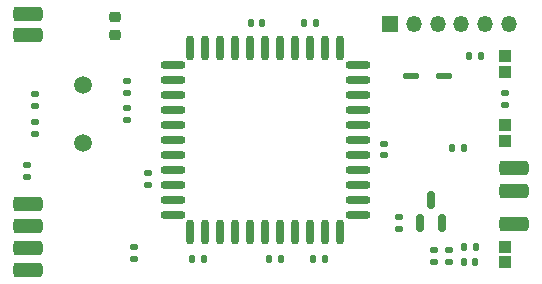
<source format=gts>
G04 #@! TF.GenerationSoftware,KiCad,Pcbnew,(7.0.0-rc1-70-g9298defd3f)*
G04 #@! TF.CreationDate,2023-01-17T15:38:26-05:00*
G04 #@! TF.ProjectId,snes_dejitter,736e6573-5f64-4656-9a69-747465722e6b,rev?*
G04 #@! TF.SameCoordinates,Original*
G04 #@! TF.FileFunction,Soldermask,Top*
G04 #@! TF.FilePolarity,Negative*
%FSLAX46Y46*%
G04 Gerber Fmt 4.6, Leading zero omitted, Abs format (unit mm)*
G04 Created by KiCad (PCBNEW (7.0.0-rc1-70-g9298defd3f)) date 2023-01-17 15:38:26*
%MOMM*%
%LPD*%
G01*
G04 APERTURE LIST*
G04 Aperture macros list*
%AMRoundRect*
0 Rectangle with rounded corners*
0 $1 Rounding radius*
0 $2 $3 $4 $5 $6 $7 $8 $9 X,Y pos of 4 corners*
0 Add a 4 corners polygon primitive as box body*
4,1,4,$2,$3,$4,$5,$6,$7,$8,$9,$2,$3,0*
0 Add four circle primitives for the rounded corners*
1,1,$1+$1,$2,$3*
1,1,$1+$1,$4,$5*
1,1,$1+$1,$6,$7*
1,1,$1+$1,$8,$9*
0 Add four rect primitives between the rounded corners*
20,1,$1+$1,$2,$3,$4,$5,0*
20,1,$1+$1,$4,$5,$6,$7,0*
20,1,$1+$1,$6,$7,$8,$9,0*
20,1,$1+$1,$8,$9,$2,$3,0*%
G04 Aperture macros list end*
%ADD10RoundRect,0.225000X0.250000X-0.225000X0.250000X0.225000X-0.250000X0.225000X-0.250000X-0.225000X0*%
%ADD11RoundRect,0.140000X-0.170000X0.140000X-0.170000X-0.140000X0.170000X-0.140000X0.170000X0.140000X0*%
%ADD12RoundRect,0.140000X-0.140000X-0.170000X0.140000X-0.170000X0.140000X0.170000X-0.140000X0.170000X0*%
%ADD13RoundRect,0.140000X0.170000X-0.140000X0.170000X0.140000X-0.170000X0.140000X-0.170000X-0.140000X0*%
%ADD14RoundRect,0.140000X0.140000X0.170000X-0.140000X0.170000X-0.140000X-0.170000X0.140000X-0.170000X0*%
%ADD15RoundRect,0.312500X-0.937500X-0.312500X0.937500X-0.312500X0.937500X0.312500X-0.937500X0.312500X0*%
%ADD16RoundRect,0.150000X0.150000X-0.587500X0.150000X0.587500X-0.150000X0.587500X-0.150000X-0.587500X0*%
%ADD17RoundRect,0.135000X-0.135000X-0.185000X0.135000X-0.185000X0.135000X0.185000X-0.135000X0.185000X0*%
%ADD18RoundRect,0.135000X0.135000X0.185000X-0.135000X0.185000X-0.135000X-0.185000X0.135000X-0.185000X0*%
%ADD19RoundRect,0.135000X0.185000X-0.135000X0.185000X0.135000X-0.185000X0.135000X-0.185000X-0.135000X0*%
%ADD20RoundRect,0.135000X-0.185000X0.135000X-0.185000X-0.135000X0.185000X-0.135000X0.185000X0.135000X0*%
%ADD21O,2.144000X0.700000*%
%ADD22O,0.700000X2.144000*%
%ADD23C,1.500000*%
%ADD24R,1.350000X1.350000*%
%ADD25O,1.350000X1.350000*%
%ADD26R,1.000000X1.000000*%
%ADD27RoundRect,0.112500X0.587500X0.112500X-0.587500X0.112500X-0.587500X-0.112500X0.587500X-0.112500X0*%
G04 APERTURE END LIST*
D10*
X21700000Y-15840041D03*
X21700000Y-14290041D03*
D11*
X44500000Y-25020000D03*
X44500000Y-25980000D03*
X24500000Y-27520000D03*
X24500000Y-28480000D03*
D12*
X38520000Y-34750000D03*
X39480000Y-34750000D03*
D13*
X15000000Y-24150000D03*
X15000000Y-23190000D03*
D11*
X15000000Y-20820000D03*
X15000000Y-21780000D03*
D12*
X33220000Y-14760629D03*
X34180000Y-14760629D03*
D14*
X52230000Y-35000000D03*
X51270000Y-35000000D03*
D15*
X14340000Y-15840000D03*
X14340000Y-14000000D03*
X14350000Y-35690000D03*
X14350000Y-31950000D03*
X14350000Y-33810000D03*
X14350000Y-30090000D03*
X55550000Y-29000000D03*
X55550000Y-27080000D03*
X55550000Y-31790000D03*
D16*
X48500000Y-29812500D03*
X49450000Y-31687500D03*
X47550000Y-31687500D03*
D17*
X28240000Y-34750000D03*
X29260000Y-34750000D03*
D18*
X35760000Y-34750000D03*
X34740000Y-34750000D03*
D17*
X37740000Y-14750000D03*
X38760000Y-14750000D03*
D19*
X14290000Y-27860000D03*
X14290000Y-26840000D03*
X22750000Y-23010000D03*
X22750000Y-21990000D03*
X22750000Y-20760000D03*
X22750000Y-19740000D03*
X45750000Y-32260000D03*
X45750000Y-31240000D03*
D20*
X48750000Y-33990000D03*
X48750000Y-35010000D03*
X50000000Y-33990000D03*
X50000000Y-35010000D03*
D18*
X52260000Y-33750000D03*
X51240000Y-33750000D03*
X51310000Y-25400000D03*
X50290000Y-25400000D03*
D19*
X54750000Y-21760000D03*
X54750000Y-20740000D03*
D21*
X26661999Y-31063999D03*
X26661999Y-29793999D03*
X26661999Y-28523999D03*
X26661999Y-27253999D03*
X26661999Y-25983999D03*
X26661999Y-24713999D03*
X26661999Y-23443999D03*
X26661999Y-22173999D03*
X26661999Y-20903999D03*
X26661999Y-19633999D03*
X26661999Y-18363999D03*
D22*
X28114999Y-16910999D03*
X29384999Y-16910999D03*
X30654999Y-16910999D03*
X31924999Y-16910999D03*
X33194999Y-16910999D03*
X34464999Y-16910999D03*
X35734999Y-16910999D03*
X37004999Y-16910999D03*
X38274999Y-16910999D03*
X39544999Y-16910999D03*
X40814999Y-16910999D03*
D21*
X42267999Y-18363999D03*
X42267999Y-19633999D03*
X42267999Y-20903999D03*
X42267999Y-22173999D03*
X42267999Y-23443999D03*
X42267999Y-24713999D03*
X42267999Y-25983999D03*
X42267999Y-27253999D03*
X42267999Y-28523999D03*
X42267999Y-29793999D03*
X42267999Y-31063999D03*
D22*
X40814999Y-32516999D03*
X39544999Y-32516999D03*
X38274999Y-32516999D03*
X37004999Y-32516999D03*
X35734999Y-32516999D03*
X34464999Y-32516999D03*
X33194999Y-32516999D03*
X31924999Y-32516999D03*
X30654999Y-32516999D03*
X29384999Y-32516999D03*
X28114999Y-32516999D03*
D23*
X19000000Y-24950000D03*
X19000000Y-20070000D03*
D24*
X45056999Y-14887999D03*
D25*
X47056999Y-14887999D03*
X49056999Y-14887999D03*
X51056999Y-14887999D03*
X53056999Y-14887999D03*
X55056999Y-14887999D03*
D26*
X54749999Y-24749999D03*
X54749999Y-23449999D03*
X54749999Y-33749999D03*
X54749999Y-35049999D03*
D20*
X23300000Y-33790000D03*
X23300000Y-34810000D03*
D18*
X51721073Y-17606863D03*
X52741073Y-17606863D03*
D26*
X54749999Y-17599999D03*
X54749999Y-18899999D03*
D27*
X49600000Y-19250000D03*
X46800000Y-19250000D03*
M02*

</source>
